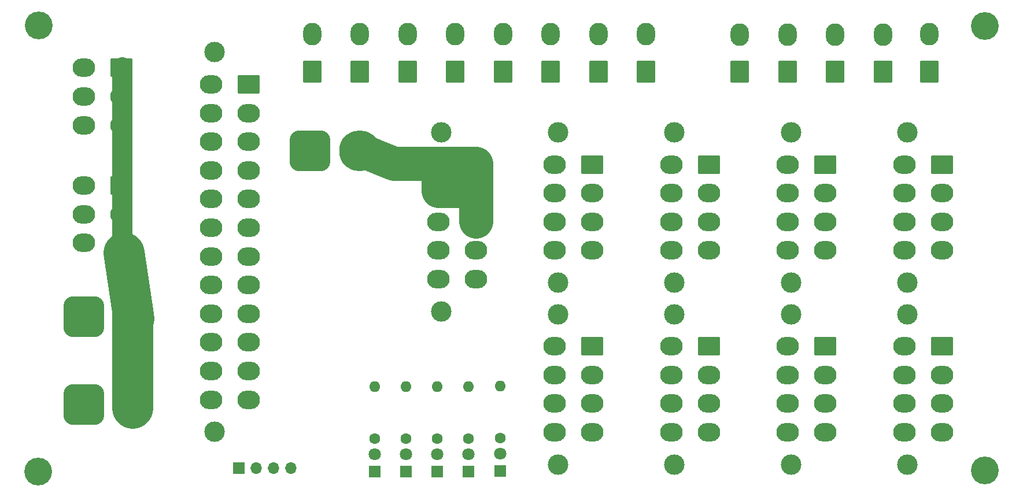
<source format=gbr>
%TF.GenerationSoftware,KiCad,Pcbnew,(6.0.9)*%
%TF.CreationDate,2023-04-01T15:55:58-08:00*%
%TF.ProjectId,ABSIS_ATX Power Supply Unit,41425349-535f-4415-9458-20506f776572,6*%
%TF.SameCoordinates,Original*%
%TF.FileFunction,Soldermask,Bot*%
%TF.FilePolarity,Negative*%
%FSLAX46Y46*%
G04 Gerber Fmt 4.6, Leading zero omitted, Abs format (unit mm)*
G04 Created by KiCad (PCBNEW (6.0.9)) date 2023-04-01 15:55:58*
%MOMM*%
%LPD*%
G01*
G04 APERTURE LIST*
G04 Aperture macros list*
%AMRoundRect*
0 Rectangle with rounded corners*
0 $1 Rounding radius*
0 $2 $3 $4 $5 $6 $7 $8 $9 X,Y pos of 4 corners*
0 Add a 4 corners polygon primitive as box body*
4,1,4,$2,$3,$4,$5,$6,$7,$8,$9,$2,$3,0*
0 Add four circle primitives for the rounded corners*
1,1,$1+$1,$2,$3*
1,1,$1+$1,$4,$5*
1,1,$1+$1,$6,$7*
1,1,$1+$1,$8,$9*
0 Add four rect primitives between the rounded corners*
20,1,$1+$1,$2,$3,$4,$5,0*
20,1,$1+$1,$4,$5,$6,$7,0*
20,1,$1+$1,$6,$7,$8,$9,0*
20,1,$1+$1,$8,$9,$2,$3,0*%
G04 Aperture macros list end*
%ADD10C,5.000000*%
%ADD11C,6.000000*%
%ADD12C,3.000000*%
%ADD13C,3.000000*%
%ADD14RoundRect,0.250001X-1.399999X1.099999X-1.399999X-1.099999X1.399999X-1.099999X1.399999X1.099999X0*%
%ADD15O,3.300000X2.700000*%
%ADD16C,4.064000*%
%ADD17RoundRect,1.500000X-1.500000X-1.500000X1.500000X-1.500000X1.500000X1.500000X-1.500000X1.500000X0*%
%ADD18C,6.000000*%
%ADD19RoundRect,0.250001X1.099999X1.399999X-1.099999X1.399999X-1.099999X-1.399999X1.099999X-1.399999X0*%
%ADD20O,2.700000X3.300000*%
%ADD21C,1.600000*%
%ADD22O,1.600000X1.600000*%
%ADD23R,1.800000X1.800000*%
%ADD24C,1.800000*%
%ADD25R,1.700000X1.700000*%
%ADD26O,1.700000X1.700000*%
G04 APERTURE END LIST*
D10*
X97000000Y-80500000D02*
X97000000Y-76500000D01*
D11*
X52332400Y-99212400D02*
X50910000Y-89535000D01*
D10*
X85500000Y-74500000D02*
X90500000Y-76500000D01*
D12*
X50656000Y-62357000D02*
X50656000Y-72263000D01*
D10*
X102500000Y-80500000D02*
X102500000Y-85000000D01*
X97000000Y-76500000D02*
X102500000Y-76500000D01*
D12*
X50656000Y-72263000D02*
X50656000Y-88011000D01*
D10*
X90500000Y-76500000D02*
X97000000Y-76500000D01*
D11*
X52205400Y-98679000D02*
X52222000Y-112307000D01*
D10*
X102500000Y-80500000D02*
X97000000Y-80500000D01*
X102500000Y-76500000D02*
X102500000Y-80500000D01*
D13*
%TO.C,J2*%
X64208800Y-60222400D03*
X64208800Y-115822400D03*
D14*
X69248800Y-64922400D03*
D15*
X69248800Y-69122400D03*
X69248800Y-73322400D03*
X69248800Y-77522400D03*
X69248800Y-81722400D03*
X69248800Y-85922400D03*
X69248800Y-90122400D03*
X69248800Y-94322400D03*
X69248800Y-98522400D03*
X69248800Y-102722400D03*
X69248800Y-106922400D03*
X69248800Y-111122400D03*
X63748800Y-64922400D03*
X63748800Y-69122400D03*
X63748800Y-73322400D03*
X63748800Y-77522400D03*
X63748800Y-81722400D03*
X63748800Y-85922400D03*
X63748800Y-90122400D03*
X63748800Y-94322400D03*
X63748800Y-98522400D03*
X63748800Y-102722400D03*
X63748800Y-106922400D03*
X63748800Y-111122400D03*
%TD*%
D13*
%TO.C,J6*%
X148603700Y-93964600D03*
X148603700Y-71964600D03*
D14*
X153643700Y-76664600D03*
D15*
X153643700Y-80864600D03*
X153643700Y-85064600D03*
X153643700Y-89264600D03*
X148143700Y-76664600D03*
X148143700Y-80864600D03*
X148143700Y-85064600D03*
X148143700Y-89264600D03*
%TD*%
D16*
%TO.C,H2*%
X177000000Y-121500000D03*
%TD*%
%TO.C,H1*%
X38506400Y-56286400D03*
%TD*%
%TO.C,H3*%
X38404800Y-121615200D03*
%TD*%
D13*
%TO.C,J7*%
X165656400Y-71964600D03*
X165656400Y-93964600D03*
D14*
X170696400Y-76664600D03*
D15*
X170696400Y-80864600D03*
X170696400Y-85064600D03*
X170696400Y-89264600D03*
X165196400Y-76664600D03*
X165196400Y-80864600D03*
X165196400Y-85064600D03*
X165196400Y-89264600D03*
%TD*%
D13*
%TO.C,J10*%
X148603700Y-98601800D03*
X148603700Y-120601800D03*
D14*
X153643700Y-103301800D03*
D15*
X153643700Y-107501800D03*
X153643700Y-111701800D03*
X153643700Y-115901800D03*
X148143700Y-103301800D03*
X148143700Y-107501800D03*
X148143700Y-111701800D03*
X148143700Y-115901800D03*
%TD*%
D13*
%TO.C,J8*%
X114498300Y-98601800D03*
X114498300Y-120601800D03*
D14*
X119538300Y-103301800D03*
D15*
X119538300Y-107501800D03*
X119538300Y-111701800D03*
X119538300Y-115901800D03*
X114038300Y-103301800D03*
X114038300Y-107501800D03*
X114038300Y-111701800D03*
X114038300Y-115901800D03*
%TD*%
D13*
%TO.C,J5*%
X131551000Y-71964600D03*
X131551000Y-93964600D03*
D14*
X136591000Y-76664600D03*
D15*
X136591000Y-80864600D03*
X136591000Y-85064600D03*
X136591000Y-89264600D03*
X131091000Y-76664600D03*
X131091000Y-80864600D03*
X131091000Y-85064600D03*
X131091000Y-89264600D03*
%TD*%
D13*
%TO.C,J9*%
X131551000Y-120601800D03*
X131551000Y-98601800D03*
D14*
X136591000Y-103301800D03*
D15*
X136591000Y-107501800D03*
X136591000Y-111701800D03*
X136591000Y-115901800D03*
X131091000Y-103301800D03*
X131091000Y-107501800D03*
X131091000Y-111701800D03*
X131091000Y-115901800D03*
%TD*%
D16*
%TO.C,H4*%
X177000000Y-56337200D03*
%TD*%
D17*
%TO.C,J28*%
X78228400Y-74676800D03*
D18*
X85428400Y-74676800D03*
%TD*%
D19*
%TO.C,J12*%
X78519800Y-63093600D03*
D20*
X78519800Y-57593600D03*
%TD*%
D19*
%TO.C,J13*%
X85504800Y-63093600D03*
D20*
X85504800Y-57593600D03*
%TD*%
D19*
%TO.C,J14*%
X92489800Y-63093600D03*
D20*
X92489800Y-57593600D03*
%TD*%
D19*
%TO.C,J15*%
X99474800Y-63093600D03*
D20*
X99474800Y-57593600D03*
%TD*%
D19*
%TO.C,J16*%
X106459800Y-63093600D03*
D20*
X106459800Y-57593600D03*
%TD*%
D19*
%TO.C,J17*%
X113444800Y-63093600D03*
D20*
X113444800Y-57593600D03*
%TD*%
D19*
%TO.C,J18*%
X120429800Y-63093600D03*
D20*
X120429800Y-57593600D03*
%TD*%
D19*
%TO.C,J19*%
X127414800Y-63093600D03*
D20*
X127414800Y-57593600D03*
%TD*%
D19*
%TO.C,J21*%
X162093058Y-63107200D03*
D20*
X162093058Y-57607200D03*
%TD*%
D19*
%TO.C,J22*%
X155089916Y-63107200D03*
D20*
X155089916Y-57607200D03*
%TD*%
D19*
%TO.C,J23*%
X148086774Y-63107200D03*
D20*
X148086774Y-57607200D03*
%TD*%
D19*
%TO.C,J24*%
X141083632Y-63107200D03*
D20*
X141083632Y-57607200D03*
%TD*%
D13*
%TO.C,J4*%
X114498300Y-93964600D03*
X114498300Y-71964600D03*
D14*
X119538300Y-76664600D03*
D15*
X119538300Y-80864600D03*
X119538300Y-85064600D03*
X119538300Y-89264600D03*
X114038300Y-76664600D03*
X114038300Y-80864600D03*
X114038300Y-85064600D03*
X114038300Y-89264600D03*
%TD*%
D13*
%TO.C,J11*%
X165656400Y-98601800D03*
X165656400Y-120601800D03*
D14*
X170696400Y-103301800D03*
D15*
X170696400Y-107501800D03*
X170696400Y-111701800D03*
X170696400Y-115901800D03*
X165196400Y-103301800D03*
X165196400Y-107501800D03*
X165196400Y-111701800D03*
X165196400Y-115901800D03*
%TD*%
D19*
%TO.C,J20*%
X168867600Y-63093600D03*
D20*
X168867600Y-57593600D03*
%TD*%
D17*
%TO.C,J29*%
X45055200Y-98941900D03*
D18*
X52255200Y-98941900D03*
%TD*%
D17*
%TO.C,J30*%
X45055200Y-111842300D03*
D18*
X52255200Y-111842300D03*
%TD*%
D14*
%TO.C,J25*%
X50604000Y-79747000D03*
D15*
X50604000Y-83947000D03*
X50604000Y-88147000D03*
X45104000Y-79747000D03*
X45104000Y-83947000D03*
X45104000Y-88147000D03*
%TD*%
D14*
%TO.C,J26*%
X50604000Y-62500000D03*
D15*
X50604000Y-66700000D03*
X50604000Y-70900000D03*
X45104000Y-62500000D03*
X45104000Y-66700000D03*
X45104000Y-70900000D03*
%TD*%
D13*
%TO.C,J3*%
X97445600Y-98164600D03*
X97445600Y-71964600D03*
D14*
X102485600Y-76664600D03*
D15*
X102485600Y-80864600D03*
X102485600Y-85064600D03*
X102485600Y-89264600D03*
X102485600Y-93464600D03*
X96985600Y-76664600D03*
X96985600Y-80864600D03*
X96985600Y-85064600D03*
X96985600Y-89264600D03*
X96985600Y-93464600D03*
%TD*%
D21*
%TO.C,R1*%
X87694000Y-116810100D03*
D22*
X87694000Y-109190100D03*
%TD*%
D21*
%TO.C,R4*%
X101410000Y-116810100D03*
D22*
X101410000Y-109190100D03*
%TD*%
D21*
%TO.C,R5*%
X106020000Y-116747600D03*
D22*
X106020000Y-109127600D03*
%TD*%
D21*
%TO.C,R3*%
X96838000Y-116810100D03*
D22*
X96838000Y-109190100D03*
%TD*%
D21*
%TO.C,R2*%
X92266000Y-116810100D03*
D22*
X92266000Y-109190100D03*
%TD*%
D23*
%TO.C,D5*%
X106010000Y-121597600D03*
D24*
X106010000Y-119057600D03*
%TD*%
D23*
%TO.C,D2*%
X92266000Y-121645600D03*
D24*
X92266000Y-119105600D03*
%TD*%
D23*
%TO.C,D1*%
X87694000Y-121645600D03*
D24*
X87694000Y-119105600D03*
%TD*%
D23*
%TO.C,D3*%
X96838000Y-121645600D03*
D24*
X96838000Y-119105600D03*
%TD*%
D23*
%TO.C,D4*%
X101410000Y-121645600D03*
D24*
X101410000Y-119105600D03*
%TD*%
D25*
%TO.C,J1*%
X67801000Y-121158000D03*
D26*
X70341000Y-121158000D03*
X72881000Y-121158000D03*
X75421000Y-121158000D03*
%TD*%
M02*

</source>
